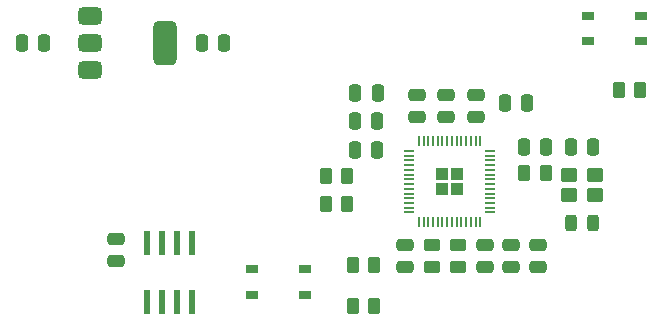
<source format=gbr>
%TF.GenerationSoftware,KiCad,Pcbnew,9.0.6*%
%TF.CreationDate,2026-02-13T17:22:30-06:00*%
%TF.ProjectId,2040Listener,32303430-4c69-4737-9465-6e65722e6b69,rev?*%
%TF.SameCoordinates,Original*%
%TF.FileFunction,Paste,Top*%
%TF.FilePolarity,Positive*%
%FSLAX46Y46*%
G04 Gerber Fmt 4.6, Leading zero omitted, Abs format (unit mm)*
G04 Created by KiCad (PCBNEW 9.0.6) date 2026-02-13 17:22:30*
%MOMM*%
%LPD*%
G01*
G04 APERTURE LIST*
G04 Aperture macros list*
%AMRoundRect*
0 Rectangle with rounded corners*
0 $1 Rounding radius*
0 $2 $3 $4 $5 $6 $7 $8 $9 X,Y pos of 4 corners*
0 Add a 4 corners polygon primitive as box body*
4,1,4,$2,$3,$4,$5,$6,$7,$8,$9,$2,$3,0*
0 Add four circle primitives for the rounded corners*
1,1,$1+$1,$2,$3*
1,1,$1+$1,$4,$5*
1,1,$1+$1,$6,$7*
1,1,$1+$1,$8,$9*
0 Add four rect primitives between the rounded corners*
20,1,$1+$1,$2,$3,$4,$5,0*
20,1,$1+$1,$4,$5,$6,$7,0*
20,1,$1+$1,$6,$7,$8,$9,0*
20,1,$1+$1,$8,$9,$2,$3,0*%
G04 Aperture macros list end*
%ADD10RoundRect,0.250000X0.262500X0.450000X-0.262500X0.450000X-0.262500X-0.450000X0.262500X-0.450000X0*%
%ADD11RoundRect,0.250000X-0.250000X-0.475000X0.250000X-0.475000X0.250000X0.475000X-0.250000X0.475000X0*%
%ADD12RoundRect,0.250000X0.475000X-0.250000X0.475000X0.250000X-0.475000X0.250000X-0.475000X-0.250000X0*%
%ADD13RoundRect,0.250000X-0.262500X-0.450000X0.262500X-0.450000X0.262500X0.450000X-0.262500X0.450000X0*%
%ADD14RoundRect,0.071250X0.213750X-0.913750X0.213750X0.913750X-0.213750X0.913750X-0.213750X-0.913750X0*%
%ADD15RoundRect,0.250000X-0.475000X0.250000X-0.475000X-0.250000X0.475000X-0.250000X0.475000X0.250000X0*%
%ADD16RoundRect,0.250000X0.250000X0.475000X-0.250000X0.475000X-0.250000X-0.475000X0.250000X-0.475000X0*%
%ADD17RoundRect,0.250000X-0.450000X-0.350000X0.450000X-0.350000X0.450000X0.350000X-0.450000X0.350000X0*%
%ADD18R,0.990600X0.711200*%
%ADD19RoundRect,0.250000X0.292217X-0.292217X0.292217X0.292217X-0.292217X0.292217X-0.292217X-0.292217X0*%
%ADD20RoundRect,0.050000X0.050000X-0.387500X0.050000X0.387500X-0.050000X0.387500X-0.050000X-0.387500X0*%
%ADD21RoundRect,0.050000X0.387500X-0.050000X0.387500X0.050000X-0.387500X0.050000X-0.387500X-0.050000X0*%
%ADD22RoundRect,0.243750X-0.243750X-0.456250X0.243750X-0.456250X0.243750X0.456250X-0.243750X0.456250X0*%
%ADD23RoundRect,0.250000X0.450000X-0.262500X0.450000X0.262500X-0.450000X0.262500X-0.450000X-0.262500X0*%
%ADD24RoundRect,0.375000X-0.625000X-0.375000X0.625000X-0.375000X0.625000X0.375000X-0.625000X0.375000X0*%
%ADD25RoundRect,0.500000X-0.500000X-1.400000X0.500000X-1.400000X0.500000X1.400000X-0.500000X1.400000X0*%
G04 APERTURE END LIST*
D10*
%TO.C,R3*%
X139912500Y-73750000D03*
X138087500Y-73750000D03*
%TD*%
D11*
%TO.C,C9*%
X150950000Y-60100000D03*
X152850000Y-60100000D03*
%TD*%
D12*
%TO.C,C12*%
X148500000Y-61250000D03*
X148500000Y-59350000D03*
%TD*%
D13*
%TO.C,R2*%
X135787500Y-66200000D03*
X137612500Y-66200000D03*
%TD*%
D12*
%TO.C,C11*%
X146000000Y-61250000D03*
X146000000Y-59350000D03*
%TD*%
%TO.C,C17*%
X118000000Y-73450000D03*
X118000000Y-71550000D03*
%TD*%
D14*
%TO.C,U4*%
X120695000Y-76875000D03*
X121965000Y-76875000D03*
X123235000Y-76875000D03*
X124505000Y-76875000D03*
X124505000Y-71925000D03*
X123235000Y-71925000D03*
X121965000Y-71925000D03*
X120695000Y-71925000D03*
%TD*%
D15*
%TO.C,C6*%
X142500000Y-72050000D03*
X142500000Y-73950000D03*
%TD*%
D16*
%TO.C,C3*%
X140150000Y-64000000D03*
X138250000Y-64000000D03*
%TD*%
D15*
%TO.C,C7*%
X149250000Y-72050000D03*
X149250000Y-73950000D03*
%TD*%
%TO.C,C10*%
X153750000Y-72050000D03*
X153750000Y-73950000D03*
%TD*%
D11*
%TO.C,C14*%
X156550000Y-63750000D03*
X158450000Y-63750000D03*
%TD*%
D10*
%TO.C,R4*%
X139912500Y-77250000D03*
X138087500Y-77250000D03*
%TD*%
D17*
%TO.C,Y1*%
X156400000Y-67850000D03*
X158600000Y-67850000D03*
X158600000Y-66150000D03*
X156400000Y-66150000D03*
%TD*%
D16*
%TO.C,C5*%
X140150000Y-61600000D03*
X138250000Y-61600000D03*
%TD*%
%TO.C,C15*%
X111950000Y-55000000D03*
X110050000Y-55000000D03*
%TD*%
D18*
%TO.C,SW2*%
X162500001Y-54824999D03*
X157999999Y-54824999D03*
X162500001Y-52675001D03*
X157999999Y-52675001D03*
%TD*%
D13*
%TO.C,R1*%
X135787500Y-68600000D03*
X137612500Y-68600000D03*
%TD*%
D11*
%TO.C,C16*%
X125300000Y-55000000D03*
X127200000Y-55000000D03*
%TD*%
D13*
%TO.C,R6*%
X160587500Y-59000000D03*
X162412500Y-59000000D03*
%TD*%
D12*
%TO.C,C2*%
X143500000Y-61250000D03*
X143500000Y-59350000D03*
%TD*%
D16*
%TO.C,C1*%
X140200000Y-59250000D03*
X138300000Y-59250000D03*
%TD*%
D11*
%TO.C,C4*%
X152550000Y-63800000D03*
X154450000Y-63800000D03*
%TD*%
D19*
%TO.C,U1*%
X145637500Y-67362500D03*
X146912500Y-67362500D03*
X145637500Y-66087500D03*
X146912500Y-66087500D03*
D20*
X143675000Y-70162500D03*
X144075000Y-70162500D03*
X144475000Y-70162500D03*
X144875000Y-70162500D03*
X145275000Y-70162500D03*
X145675000Y-70162500D03*
X146075000Y-70162500D03*
X146475000Y-70162500D03*
X146875000Y-70162500D03*
X147275000Y-70162500D03*
X147675000Y-70162500D03*
X148075000Y-70162500D03*
X148475000Y-70162500D03*
X148875000Y-70162500D03*
D21*
X149712500Y-69325000D03*
X149712500Y-68925000D03*
X149712500Y-68525000D03*
X149712500Y-68125000D03*
X149712500Y-67725000D03*
X149712500Y-67325000D03*
X149712500Y-66925000D03*
X149712500Y-66525000D03*
X149712500Y-66125000D03*
X149712500Y-65725000D03*
X149712500Y-65325000D03*
X149712500Y-64925000D03*
X149712500Y-64525000D03*
X149712500Y-64125000D03*
D20*
X148875000Y-63287500D03*
X148475000Y-63287500D03*
X148075000Y-63287500D03*
X147675000Y-63287500D03*
X147275000Y-63287500D03*
X146875000Y-63287500D03*
X146475000Y-63287500D03*
X146075000Y-63287500D03*
X145675000Y-63287500D03*
X145275000Y-63287500D03*
X144875000Y-63287500D03*
X144475000Y-63287500D03*
X144075000Y-63287500D03*
X143675000Y-63287500D03*
D21*
X142837500Y-64125000D03*
X142837500Y-64525000D03*
X142837500Y-64925000D03*
X142837500Y-65325000D03*
X142837500Y-65725000D03*
X142837500Y-66125000D03*
X142837500Y-66525000D03*
X142837500Y-66925000D03*
X142837500Y-67325000D03*
X142837500Y-67725000D03*
X142837500Y-68125000D03*
X142837500Y-68525000D03*
X142837500Y-68925000D03*
X142837500Y-69325000D03*
%TD*%
D18*
%TO.C,SW1*%
X134050001Y-76274999D03*
X129549999Y-76274999D03*
X134050001Y-74125001D03*
X129549999Y-74125001D03*
%TD*%
D13*
%TO.C,R5*%
X152587500Y-66000000D03*
X154412500Y-66000000D03*
%TD*%
D22*
%TO.C,C13*%
X156562500Y-70250000D03*
X158437500Y-70250000D03*
%TD*%
D23*
%TO.C,R7*%
X144750000Y-73912500D03*
X144750000Y-72087500D03*
%TD*%
D15*
%TO.C,C8*%
X151500000Y-72050000D03*
X151500000Y-73950000D03*
%TD*%
D23*
%TO.C,R8*%
X147000000Y-73912500D03*
X147000000Y-72087500D03*
%TD*%
D24*
%TO.C,U2*%
X115850000Y-52700000D03*
X115850000Y-55000000D03*
D25*
X122150000Y-55000000D03*
D24*
X115850000Y-57300000D03*
%TD*%
M02*

</source>
